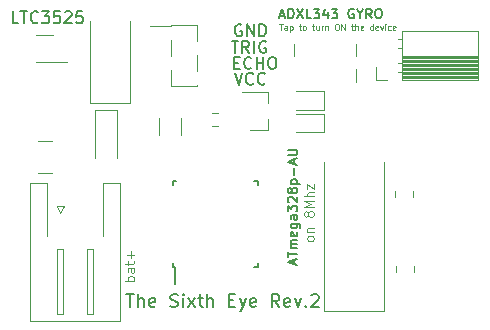
<source format=gbr>
%TF.GenerationSoftware,KiCad,Pcbnew,5.1.10-88a1d61d58~90~ubuntu21.04.1*%
%TF.CreationDate,2021-08-03T21:09:56+05:30*%
%TF.ProjectId,The Sixth Eye KiCAD,54686520-5369-4787-9468-20457965204b,v2*%
%TF.SameCoordinates,Original*%
%TF.FileFunction,Legend,Top*%
%TF.FilePolarity,Positive*%
%FSLAX46Y46*%
G04 Gerber Fmt 4.6, Leading zero omitted, Abs format (unit mm)*
G04 Created by KiCad (PCBNEW 5.1.10-88a1d61d58~90~ubuntu21.04.1) date 2021-08-03 21:09:56*
%MOMM*%
%LPD*%
G01*
G04 APERTURE LIST*
%ADD10C,0.100000*%
%ADD11C,0.150000*%
%ADD12C,0.200000*%
%ADD13C,0.120000*%
G04 APERTURE END LIST*
D10*
X137961904Y-99957142D02*
X137161904Y-99957142D01*
X137466666Y-99957142D02*
X137428571Y-99880952D01*
X137428571Y-99728571D01*
X137466666Y-99652380D01*
X137504761Y-99614285D01*
X137580952Y-99576190D01*
X137809523Y-99576190D01*
X137885714Y-99614285D01*
X137923809Y-99652380D01*
X137961904Y-99728571D01*
X137961904Y-99880952D01*
X137923809Y-99957142D01*
X137961904Y-98890476D02*
X137542857Y-98890476D01*
X137466666Y-98928571D01*
X137428571Y-99004761D01*
X137428571Y-99157142D01*
X137466666Y-99233333D01*
X137923809Y-98890476D02*
X137961904Y-98966666D01*
X137961904Y-99157142D01*
X137923809Y-99233333D01*
X137847619Y-99271428D01*
X137771428Y-99271428D01*
X137695238Y-99233333D01*
X137657142Y-99157142D01*
X137657142Y-98966666D01*
X137619047Y-98890476D01*
X137428571Y-98623809D02*
X137428571Y-98319047D01*
X137161904Y-98509523D02*
X137847619Y-98509523D01*
X137923809Y-98471428D01*
X137961904Y-98395238D01*
X137961904Y-98319047D01*
X137657142Y-98052380D02*
X137657142Y-97442857D01*
X137961904Y-97747619D02*
X137352380Y-97747619D01*
X153161904Y-96447619D02*
X153123809Y-96523809D01*
X153085714Y-96561904D01*
X153009523Y-96600000D01*
X152780952Y-96600000D01*
X152704761Y-96561904D01*
X152666666Y-96523809D01*
X152628571Y-96447619D01*
X152628571Y-96333333D01*
X152666666Y-96257142D01*
X152704761Y-96219047D01*
X152780952Y-96180952D01*
X153009523Y-96180952D01*
X153085714Y-96219047D01*
X153123809Y-96257142D01*
X153161904Y-96333333D01*
X153161904Y-96447619D01*
X152628571Y-95838095D02*
X153161904Y-95838095D01*
X152704761Y-95838095D02*
X152666666Y-95800000D01*
X152628571Y-95723809D01*
X152628571Y-95609523D01*
X152666666Y-95533333D01*
X152742857Y-95495238D01*
X153161904Y-95495238D01*
X152704761Y-94390476D02*
X152666666Y-94466666D01*
X152628571Y-94504761D01*
X152552380Y-94542857D01*
X152514285Y-94542857D01*
X152438095Y-94504761D01*
X152400000Y-94466666D01*
X152361904Y-94390476D01*
X152361904Y-94238095D01*
X152400000Y-94161904D01*
X152438095Y-94123809D01*
X152514285Y-94085714D01*
X152552380Y-94085714D01*
X152628571Y-94123809D01*
X152666666Y-94161904D01*
X152704761Y-94238095D01*
X152704761Y-94390476D01*
X152742857Y-94466666D01*
X152780952Y-94504761D01*
X152857142Y-94542857D01*
X153009523Y-94542857D01*
X153085714Y-94504761D01*
X153123809Y-94466666D01*
X153161904Y-94390476D01*
X153161904Y-94238095D01*
X153123809Y-94161904D01*
X153085714Y-94123809D01*
X153009523Y-94085714D01*
X152857142Y-94085714D01*
X152780952Y-94123809D01*
X152742857Y-94161904D01*
X152704761Y-94238095D01*
X153161904Y-93742857D02*
X152361904Y-93742857D01*
X152933333Y-93476190D01*
X152361904Y-93209523D01*
X153161904Y-93209523D01*
X153161904Y-92828571D02*
X152361904Y-92828571D01*
X153161904Y-92485714D02*
X152742857Y-92485714D01*
X152666666Y-92523809D01*
X152628571Y-92600000D01*
X152628571Y-92714285D01*
X152666666Y-92790476D01*
X152704761Y-92828571D01*
X152628571Y-92180952D02*
X152628571Y-91761904D01*
X153161904Y-92180952D01*
X153161904Y-91761904D01*
X150247619Y-78226190D02*
X150533333Y-78226190D01*
X150390476Y-78726190D02*
X150390476Y-78226190D01*
X150914285Y-78726190D02*
X150914285Y-78464285D01*
X150890476Y-78416666D01*
X150842857Y-78392857D01*
X150747619Y-78392857D01*
X150700000Y-78416666D01*
X150914285Y-78702380D02*
X150866666Y-78726190D01*
X150747619Y-78726190D01*
X150700000Y-78702380D01*
X150676190Y-78654761D01*
X150676190Y-78607142D01*
X150700000Y-78559523D01*
X150747619Y-78535714D01*
X150866666Y-78535714D01*
X150914285Y-78511904D01*
X151152380Y-78392857D02*
X151152380Y-78892857D01*
X151152380Y-78416666D02*
X151200000Y-78392857D01*
X151295238Y-78392857D01*
X151342857Y-78416666D01*
X151366666Y-78440476D01*
X151390476Y-78488095D01*
X151390476Y-78630952D01*
X151366666Y-78678571D01*
X151342857Y-78702380D01*
X151295238Y-78726190D01*
X151200000Y-78726190D01*
X151152380Y-78702380D01*
X151914285Y-78392857D02*
X152104761Y-78392857D01*
X151985714Y-78226190D02*
X151985714Y-78654761D01*
X152009523Y-78702380D01*
X152057142Y-78726190D01*
X152104761Y-78726190D01*
X152342857Y-78726190D02*
X152295238Y-78702380D01*
X152271428Y-78678571D01*
X152247619Y-78630952D01*
X152247619Y-78488095D01*
X152271428Y-78440476D01*
X152295238Y-78416666D01*
X152342857Y-78392857D01*
X152414285Y-78392857D01*
X152461904Y-78416666D01*
X152485714Y-78440476D01*
X152509523Y-78488095D01*
X152509523Y-78630952D01*
X152485714Y-78678571D01*
X152461904Y-78702380D01*
X152414285Y-78726190D01*
X152342857Y-78726190D01*
X153033333Y-78392857D02*
X153223809Y-78392857D01*
X153104761Y-78226190D02*
X153104761Y-78654761D01*
X153128571Y-78702380D01*
X153176190Y-78726190D01*
X153223809Y-78726190D01*
X153604761Y-78392857D02*
X153604761Y-78726190D01*
X153390476Y-78392857D02*
X153390476Y-78654761D01*
X153414285Y-78702380D01*
X153461904Y-78726190D01*
X153533333Y-78726190D01*
X153580952Y-78702380D01*
X153604761Y-78678571D01*
X153842857Y-78726190D02*
X153842857Y-78392857D01*
X153842857Y-78488095D02*
X153866666Y-78440476D01*
X153890476Y-78416666D01*
X153938095Y-78392857D01*
X153985714Y-78392857D01*
X154152380Y-78392857D02*
X154152380Y-78726190D01*
X154152380Y-78440476D02*
X154176190Y-78416666D01*
X154223809Y-78392857D01*
X154295238Y-78392857D01*
X154342857Y-78416666D01*
X154366666Y-78464285D01*
X154366666Y-78726190D01*
X155080952Y-78226190D02*
X155176190Y-78226190D01*
X155223809Y-78250000D01*
X155271428Y-78297619D01*
X155295238Y-78392857D01*
X155295238Y-78559523D01*
X155271428Y-78654761D01*
X155223809Y-78702380D01*
X155176190Y-78726190D01*
X155080952Y-78726190D01*
X155033333Y-78702380D01*
X154985714Y-78654761D01*
X154961904Y-78559523D01*
X154961904Y-78392857D01*
X154985714Y-78297619D01*
X155033333Y-78250000D01*
X155080952Y-78226190D01*
X155509523Y-78726190D02*
X155509523Y-78226190D01*
X155795238Y-78726190D01*
X155795238Y-78226190D01*
X156342857Y-78392857D02*
X156533333Y-78392857D01*
X156414285Y-78226190D02*
X156414285Y-78654761D01*
X156438095Y-78702380D01*
X156485714Y-78726190D01*
X156533333Y-78726190D01*
X156700000Y-78726190D02*
X156700000Y-78226190D01*
X156914285Y-78726190D02*
X156914285Y-78464285D01*
X156890476Y-78416666D01*
X156842857Y-78392857D01*
X156771428Y-78392857D01*
X156723809Y-78416666D01*
X156700000Y-78440476D01*
X157342857Y-78702380D02*
X157295238Y-78726190D01*
X157200000Y-78726190D01*
X157152380Y-78702380D01*
X157128571Y-78654761D01*
X157128571Y-78464285D01*
X157152380Y-78416666D01*
X157200000Y-78392857D01*
X157295238Y-78392857D01*
X157342857Y-78416666D01*
X157366666Y-78464285D01*
X157366666Y-78511904D01*
X157128571Y-78559523D01*
X158176190Y-78726190D02*
X158176190Y-78226190D01*
X158176190Y-78702380D02*
X158128571Y-78726190D01*
X158033333Y-78726190D01*
X157985714Y-78702380D01*
X157961904Y-78678571D01*
X157938095Y-78630952D01*
X157938095Y-78488095D01*
X157961904Y-78440476D01*
X157985714Y-78416666D01*
X158033333Y-78392857D01*
X158128571Y-78392857D01*
X158176190Y-78416666D01*
X158604761Y-78702380D02*
X158557142Y-78726190D01*
X158461904Y-78726190D01*
X158414285Y-78702380D01*
X158390476Y-78654761D01*
X158390476Y-78464285D01*
X158414285Y-78416666D01*
X158461904Y-78392857D01*
X158557142Y-78392857D01*
X158604761Y-78416666D01*
X158628571Y-78464285D01*
X158628571Y-78511904D01*
X158390476Y-78559523D01*
X158795238Y-78392857D02*
X158914285Y-78726190D01*
X159033333Y-78392857D01*
X159223809Y-78726190D02*
X159223809Y-78392857D01*
X159223809Y-78226190D02*
X159200000Y-78250000D01*
X159223809Y-78273809D01*
X159247619Y-78250000D01*
X159223809Y-78226190D01*
X159223809Y-78273809D01*
X159676190Y-78702380D02*
X159628571Y-78726190D01*
X159533333Y-78726190D01*
X159485714Y-78702380D01*
X159461904Y-78678571D01*
X159438095Y-78630952D01*
X159438095Y-78488095D01*
X159461904Y-78440476D01*
X159485714Y-78416666D01*
X159533333Y-78392857D01*
X159628571Y-78392857D01*
X159676190Y-78416666D01*
X160080952Y-78702380D02*
X160033333Y-78726190D01*
X159938095Y-78726190D01*
X159890476Y-78702380D01*
X159866666Y-78654761D01*
X159866666Y-78464285D01*
X159890476Y-78416666D01*
X159938095Y-78392857D01*
X160033333Y-78392857D01*
X160080952Y-78416666D01*
X160104761Y-78464285D01*
X160104761Y-78511904D01*
X159866666Y-78559523D01*
D11*
X150295238Y-77533333D02*
X150676190Y-77533333D01*
X150219047Y-77761904D02*
X150485714Y-76961904D01*
X150752380Y-77761904D01*
X151019047Y-77761904D02*
X151019047Y-76961904D01*
X151209523Y-76961904D01*
X151323809Y-77000000D01*
X151400000Y-77076190D01*
X151438095Y-77152380D01*
X151476190Y-77304761D01*
X151476190Y-77419047D01*
X151438095Y-77571428D01*
X151400000Y-77647619D01*
X151323809Y-77723809D01*
X151209523Y-77761904D01*
X151019047Y-77761904D01*
X151742857Y-76961904D02*
X152276190Y-77761904D01*
X152276190Y-76961904D02*
X151742857Y-77761904D01*
X152961904Y-77761904D02*
X152580952Y-77761904D01*
X152580952Y-76961904D01*
X153152380Y-76961904D02*
X153647619Y-76961904D01*
X153380952Y-77266666D01*
X153495238Y-77266666D01*
X153571428Y-77304761D01*
X153609523Y-77342857D01*
X153647619Y-77419047D01*
X153647619Y-77609523D01*
X153609523Y-77685714D01*
X153571428Y-77723809D01*
X153495238Y-77761904D01*
X153266666Y-77761904D01*
X153190476Y-77723809D01*
X153152380Y-77685714D01*
X154333333Y-77228571D02*
X154333333Y-77761904D01*
X154142857Y-76923809D02*
X153952380Y-77495238D01*
X154447619Y-77495238D01*
X154676190Y-76961904D02*
X155171428Y-76961904D01*
X154904761Y-77266666D01*
X155019047Y-77266666D01*
X155095238Y-77304761D01*
X155133333Y-77342857D01*
X155171428Y-77419047D01*
X155171428Y-77609523D01*
X155133333Y-77685714D01*
X155095238Y-77723809D01*
X155019047Y-77761904D01*
X154790476Y-77761904D01*
X154714285Y-77723809D01*
X154676190Y-77685714D01*
X156542857Y-77000000D02*
X156466666Y-76961904D01*
X156352380Y-76961904D01*
X156238095Y-77000000D01*
X156161904Y-77076190D01*
X156123809Y-77152380D01*
X156085714Y-77304761D01*
X156085714Y-77419047D01*
X156123809Y-77571428D01*
X156161904Y-77647619D01*
X156238095Y-77723809D01*
X156352380Y-77761904D01*
X156428571Y-77761904D01*
X156542857Y-77723809D01*
X156580952Y-77685714D01*
X156580952Y-77419047D01*
X156428571Y-77419047D01*
X157076190Y-77380952D02*
X157076190Y-77761904D01*
X156809523Y-76961904D02*
X157076190Y-77380952D01*
X157342857Y-76961904D01*
X158066666Y-77761904D02*
X157800000Y-77380952D01*
X157609523Y-77761904D02*
X157609523Y-76961904D01*
X157914285Y-76961904D01*
X157990476Y-77000000D01*
X158028571Y-77038095D01*
X158066666Y-77114285D01*
X158066666Y-77228571D01*
X158028571Y-77304761D01*
X157990476Y-77342857D01*
X157914285Y-77380952D01*
X157609523Y-77380952D01*
X158561904Y-76961904D02*
X158714285Y-76961904D01*
X158790476Y-77000000D01*
X158866666Y-77076190D01*
X158904761Y-77228571D01*
X158904761Y-77495238D01*
X158866666Y-77647619D01*
X158790476Y-77723809D01*
X158714285Y-77761904D01*
X158561904Y-77761904D01*
X158485714Y-77723809D01*
X158409523Y-77647619D01*
X158371428Y-77495238D01*
X158371428Y-77228571D01*
X158409523Y-77076190D01*
X158485714Y-77000000D01*
X158561904Y-76961904D01*
X128142857Y-78152380D02*
X127666666Y-78152380D01*
X127666666Y-77152380D01*
X128333333Y-77152380D02*
X128904761Y-77152380D01*
X128619047Y-78152380D02*
X128619047Y-77152380D01*
X129809523Y-78057142D02*
X129761904Y-78104761D01*
X129619047Y-78152380D01*
X129523809Y-78152380D01*
X129380952Y-78104761D01*
X129285714Y-78009523D01*
X129238095Y-77914285D01*
X129190476Y-77723809D01*
X129190476Y-77580952D01*
X129238095Y-77390476D01*
X129285714Y-77295238D01*
X129380952Y-77200000D01*
X129523809Y-77152380D01*
X129619047Y-77152380D01*
X129761904Y-77200000D01*
X129809523Y-77247619D01*
X130142857Y-77152380D02*
X130761904Y-77152380D01*
X130428571Y-77533333D01*
X130571428Y-77533333D01*
X130666666Y-77580952D01*
X130714285Y-77628571D01*
X130761904Y-77723809D01*
X130761904Y-77961904D01*
X130714285Y-78057142D01*
X130666666Y-78104761D01*
X130571428Y-78152380D01*
X130285714Y-78152380D01*
X130190476Y-78104761D01*
X130142857Y-78057142D01*
X131666666Y-77152380D02*
X131190476Y-77152380D01*
X131142857Y-77628571D01*
X131190476Y-77580952D01*
X131285714Y-77533333D01*
X131523809Y-77533333D01*
X131619047Y-77580952D01*
X131666666Y-77628571D01*
X131714285Y-77723809D01*
X131714285Y-77961904D01*
X131666666Y-78057142D01*
X131619047Y-78104761D01*
X131523809Y-78152380D01*
X131285714Y-78152380D01*
X131190476Y-78104761D01*
X131142857Y-78057142D01*
X132095238Y-77247619D02*
X132142857Y-77200000D01*
X132238095Y-77152380D01*
X132476190Y-77152380D01*
X132571428Y-77200000D01*
X132619047Y-77247619D01*
X132666666Y-77342857D01*
X132666666Y-77438095D01*
X132619047Y-77580952D01*
X132047619Y-78152380D01*
X132666666Y-78152380D01*
X133571428Y-77152380D02*
X133095238Y-77152380D01*
X133047619Y-77628571D01*
X133095238Y-77580952D01*
X133190476Y-77533333D01*
X133428571Y-77533333D01*
X133523809Y-77580952D01*
X133571428Y-77628571D01*
X133619047Y-77723809D01*
X133619047Y-77961904D01*
X133571428Y-78057142D01*
X133523809Y-78104761D01*
X133428571Y-78152380D01*
X133190476Y-78152380D01*
X133095238Y-78104761D01*
X133047619Y-78057142D01*
X151533333Y-98557142D02*
X151533333Y-98176190D01*
X151761904Y-98633333D02*
X150961904Y-98366666D01*
X151761904Y-98100000D01*
X150961904Y-97947619D02*
X150961904Y-97490476D01*
X151761904Y-97719047D02*
X150961904Y-97719047D01*
X151761904Y-97223809D02*
X151228571Y-97223809D01*
X151304761Y-97223809D02*
X151266666Y-97185714D01*
X151228571Y-97109523D01*
X151228571Y-96995238D01*
X151266666Y-96919047D01*
X151342857Y-96880952D01*
X151761904Y-96880952D01*
X151342857Y-96880952D02*
X151266666Y-96842857D01*
X151228571Y-96766666D01*
X151228571Y-96652380D01*
X151266666Y-96576190D01*
X151342857Y-96538095D01*
X151761904Y-96538095D01*
X151723809Y-95852380D02*
X151761904Y-95928571D01*
X151761904Y-96080952D01*
X151723809Y-96157142D01*
X151647619Y-96195238D01*
X151342857Y-96195238D01*
X151266666Y-96157142D01*
X151228571Y-96080952D01*
X151228571Y-95928571D01*
X151266666Y-95852380D01*
X151342857Y-95814285D01*
X151419047Y-95814285D01*
X151495238Y-96195238D01*
X151228571Y-95128571D02*
X151876190Y-95128571D01*
X151952380Y-95166666D01*
X151990476Y-95204761D01*
X152028571Y-95280952D01*
X152028571Y-95395238D01*
X151990476Y-95471428D01*
X151723809Y-95128571D02*
X151761904Y-95204761D01*
X151761904Y-95357142D01*
X151723809Y-95433333D01*
X151685714Y-95471428D01*
X151609523Y-95509523D01*
X151380952Y-95509523D01*
X151304761Y-95471428D01*
X151266666Y-95433333D01*
X151228571Y-95357142D01*
X151228571Y-95204761D01*
X151266666Y-95128571D01*
X151761904Y-94404761D02*
X151342857Y-94404761D01*
X151266666Y-94442857D01*
X151228571Y-94519047D01*
X151228571Y-94671428D01*
X151266666Y-94747619D01*
X151723809Y-94404761D02*
X151761904Y-94480952D01*
X151761904Y-94671428D01*
X151723809Y-94747619D01*
X151647619Y-94785714D01*
X151571428Y-94785714D01*
X151495238Y-94747619D01*
X151457142Y-94671428D01*
X151457142Y-94480952D01*
X151419047Y-94404761D01*
X150961904Y-94100000D02*
X150961904Y-93604761D01*
X151266666Y-93871428D01*
X151266666Y-93757142D01*
X151304761Y-93680952D01*
X151342857Y-93642857D01*
X151419047Y-93604761D01*
X151609523Y-93604761D01*
X151685714Y-93642857D01*
X151723809Y-93680952D01*
X151761904Y-93757142D01*
X151761904Y-93985714D01*
X151723809Y-94061904D01*
X151685714Y-94100000D01*
X151038095Y-93300000D02*
X151000000Y-93261904D01*
X150961904Y-93185714D01*
X150961904Y-92995238D01*
X151000000Y-92919047D01*
X151038095Y-92880952D01*
X151114285Y-92842857D01*
X151190476Y-92842857D01*
X151304761Y-92880952D01*
X151761904Y-93338095D01*
X151761904Y-92842857D01*
X151304761Y-92385714D02*
X151266666Y-92461904D01*
X151228571Y-92500000D01*
X151152380Y-92538095D01*
X151114285Y-92538095D01*
X151038095Y-92500000D01*
X151000000Y-92461904D01*
X150961904Y-92385714D01*
X150961904Y-92233333D01*
X151000000Y-92157142D01*
X151038095Y-92119047D01*
X151114285Y-92080952D01*
X151152380Y-92080952D01*
X151228571Y-92119047D01*
X151266666Y-92157142D01*
X151304761Y-92233333D01*
X151304761Y-92385714D01*
X151342857Y-92461904D01*
X151380952Y-92500000D01*
X151457142Y-92538095D01*
X151609523Y-92538095D01*
X151685714Y-92500000D01*
X151723809Y-92461904D01*
X151761904Y-92385714D01*
X151761904Y-92233333D01*
X151723809Y-92157142D01*
X151685714Y-92119047D01*
X151609523Y-92080952D01*
X151457142Y-92080952D01*
X151380952Y-92119047D01*
X151342857Y-92157142D01*
X151304761Y-92233333D01*
X151228571Y-91738095D02*
X152028571Y-91738095D01*
X151266666Y-91738095D02*
X151228571Y-91661904D01*
X151228571Y-91509523D01*
X151266666Y-91433333D01*
X151304761Y-91395238D01*
X151380952Y-91357142D01*
X151609523Y-91357142D01*
X151685714Y-91395238D01*
X151723809Y-91433333D01*
X151761904Y-91509523D01*
X151761904Y-91661904D01*
X151723809Y-91738095D01*
X151457142Y-91014285D02*
X151457142Y-90404761D01*
X151533333Y-90061904D02*
X151533333Y-89680952D01*
X151761904Y-90138095D02*
X150961904Y-89871428D01*
X151761904Y-89604761D01*
X150961904Y-89338095D02*
X151609523Y-89338095D01*
X151685714Y-89300000D01*
X151723809Y-89261904D01*
X151761904Y-89185714D01*
X151761904Y-89033333D01*
X151723809Y-88957142D01*
X151685714Y-88919047D01*
X151609523Y-88880952D01*
X150961904Y-88880952D01*
D12*
X137302380Y-101097619D02*
X137930952Y-101097619D01*
X137616666Y-102197619D02*
X137616666Y-101097619D01*
X138297619Y-102197619D02*
X138297619Y-101097619D01*
X138769047Y-102197619D02*
X138769047Y-101621428D01*
X138716666Y-101516666D01*
X138611904Y-101464285D01*
X138454761Y-101464285D01*
X138350000Y-101516666D01*
X138297619Y-101569047D01*
X139711904Y-102145238D02*
X139607142Y-102197619D01*
X139397619Y-102197619D01*
X139292857Y-102145238D01*
X139240476Y-102040476D01*
X139240476Y-101621428D01*
X139292857Y-101516666D01*
X139397619Y-101464285D01*
X139607142Y-101464285D01*
X139711904Y-101516666D01*
X139764285Y-101621428D01*
X139764285Y-101726190D01*
X139240476Y-101830952D01*
X141021428Y-102145238D02*
X141178571Y-102197619D01*
X141440476Y-102197619D01*
X141545238Y-102145238D01*
X141597619Y-102092857D01*
X141650000Y-101988095D01*
X141650000Y-101883333D01*
X141597619Y-101778571D01*
X141545238Y-101726190D01*
X141440476Y-101673809D01*
X141230952Y-101621428D01*
X141126190Y-101569047D01*
X141073809Y-101516666D01*
X141021428Y-101411904D01*
X141021428Y-101307142D01*
X141073809Y-101202380D01*
X141126190Y-101150000D01*
X141230952Y-101097619D01*
X141492857Y-101097619D01*
X141650000Y-101150000D01*
X142121428Y-102197619D02*
X142121428Y-101464285D01*
X142121428Y-101097619D02*
X142069047Y-101150000D01*
X142121428Y-101202380D01*
X142173809Y-101150000D01*
X142121428Y-101097619D01*
X142121428Y-101202380D01*
X142540476Y-102197619D02*
X143116666Y-101464285D01*
X142540476Y-101464285D02*
X143116666Y-102197619D01*
X143378571Y-101464285D02*
X143797619Y-101464285D01*
X143535714Y-101097619D02*
X143535714Y-102040476D01*
X143588095Y-102145238D01*
X143692857Y-102197619D01*
X143797619Y-102197619D01*
X144164285Y-102197619D02*
X144164285Y-101097619D01*
X144635714Y-102197619D02*
X144635714Y-101621428D01*
X144583333Y-101516666D01*
X144478571Y-101464285D01*
X144321428Y-101464285D01*
X144216666Y-101516666D01*
X144164285Y-101569047D01*
X145997619Y-101621428D02*
X146364285Y-101621428D01*
X146521428Y-102197619D02*
X145997619Y-102197619D01*
X145997619Y-101097619D01*
X146521428Y-101097619D01*
X146888095Y-101464285D02*
X147150000Y-102197619D01*
X147411904Y-101464285D02*
X147150000Y-102197619D01*
X147045238Y-102459523D01*
X146992857Y-102511904D01*
X146888095Y-102564285D01*
X148250000Y-102145238D02*
X148145238Y-102197619D01*
X147935714Y-102197619D01*
X147830952Y-102145238D01*
X147778571Y-102040476D01*
X147778571Y-101621428D01*
X147830952Y-101516666D01*
X147935714Y-101464285D01*
X148145238Y-101464285D01*
X148250000Y-101516666D01*
X148302380Y-101621428D01*
X148302380Y-101726190D01*
X147778571Y-101830952D01*
X150240476Y-102197619D02*
X149873809Y-101673809D01*
X149611904Y-102197619D02*
X149611904Y-101097619D01*
X150030952Y-101097619D01*
X150135714Y-101150000D01*
X150188095Y-101202380D01*
X150240476Y-101307142D01*
X150240476Y-101464285D01*
X150188095Y-101569047D01*
X150135714Y-101621428D01*
X150030952Y-101673809D01*
X149611904Y-101673809D01*
X151130952Y-102145238D02*
X151026190Y-102197619D01*
X150816666Y-102197619D01*
X150711904Y-102145238D01*
X150659523Y-102040476D01*
X150659523Y-101621428D01*
X150711904Y-101516666D01*
X150816666Y-101464285D01*
X151026190Y-101464285D01*
X151130952Y-101516666D01*
X151183333Y-101621428D01*
X151183333Y-101726190D01*
X150659523Y-101830952D01*
X151550000Y-101464285D02*
X151811904Y-102197619D01*
X152073809Y-101464285D01*
X152492857Y-102092857D02*
X152545238Y-102145238D01*
X152492857Y-102197619D01*
X152440476Y-102145238D01*
X152492857Y-102092857D01*
X152492857Y-102197619D01*
X152964285Y-101202380D02*
X153016666Y-101150000D01*
X153121428Y-101097619D01*
X153383333Y-101097619D01*
X153488095Y-101150000D01*
X153540476Y-101202380D01*
X153592857Y-101307142D01*
X153592857Y-101411904D01*
X153540476Y-101569047D01*
X152911904Y-102197619D01*
X153592857Y-102197619D01*
D11*
X147038095Y-78300000D02*
X146942857Y-78252380D01*
X146800000Y-78252380D01*
X146657142Y-78300000D01*
X146561904Y-78395238D01*
X146514285Y-78490476D01*
X146466666Y-78680952D01*
X146466666Y-78823809D01*
X146514285Y-79014285D01*
X146561904Y-79109523D01*
X146657142Y-79204761D01*
X146800000Y-79252380D01*
X146895238Y-79252380D01*
X147038095Y-79204761D01*
X147085714Y-79157142D01*
X147085714Y-78823809D01*
X146895238Y-78823809D01*
X147514285Y-79252380D02*
X147514285Y-78252380D01*
X148085714Y-79252380D01*
X148085714Y-78252380D01*
X148561904Y-79252380D02*
X148561904Y-78252380D01*
X148800000Y-78252380D01*
X148942857Y-78300000D01*
X149038095Y-78395238D01*
X149085714Y-78490476D01*
X149133333Y-78680952D01*
X149133333Y-78823809D01*
X149085714Y-79014285D01*
X149038095Y-79109523D01*
X148942857Y-79204761D01*
X148800000Y-79252380D01*
X148561904Y-79252380D01*
X146466666Y-82352380D02*
X146800000Y-83352380D01*
X147133333Y-82352380D01*
X148038095Y-83257142D02*
X147990476Y-83304761D01*
X147847619Y-83352380D01*
X147752380Y-83352380D01*
X147609523Y-83304761D01*
X147514285Y-83209523D01*
X147466666Y-83114285D01*
X147419047Y-82923809D01*
X147419047Y-82780952D01*
X147466666Y-82590476D01*
X147514285Y-82495238D01*
X147609523Y-82400000D01*
X147752380Y-82352380D01*
X147847619Y-82352380D01*
X147990476Y-82400000D01*
X148038095Y-82447619D01*
X149038095Y-83257142D02*
X148990476Y-83304761D01*
X148847619Y-83352380D01*
X148752380Y-83352380D01*
X148609523Y-83304761D01*
X148514285Y-83209523D01*
X148466666Y-83114285D01*
X148419047Y-82923809D01*
X148419047Y-82780952D01*
X148466666Y-82590476D01*
X148514285Y-82495238D01*
X148609523Y-82400000D01*
X148752380Y-82352380D01*
X148847619Y-82352380D01*
X148990476Y-82400000D01*
X149038095Y-82447619D01*
X146418095Y-81518571D02*
X146751428Y-81518571D01*
X146894285Y-82042380D02*
X146418095Y-82042380D01*
X146418095Y-81042380D01*
X146894285Y-81042380D01*
X147894285Y-81947142D02*
X147846666Y-81994761D01*
X147703809Y-82042380D01*
X147608571Y-82042380D01*
X147465714Y-81994761D01*
X147370476Y-81899523D01*
X147322857Y-81804285D01*
X147275238Y-81613809D01*
X147275238Y-81470952D01*
X147322857Y-81280476D01*
X147370476Y-81185238D01*
X147465714Y-81090000D01*
X147608571Y-81042380D01*
X147703809Y-81042380D01*
X147846666Y-81090000D01*
X147894285Y-81137619D01*
X148322857Y-82042380D02*
X148322857Y-81042380D01*
X148322857Y-81518571D02*
X148894285Y-81518571D01*
X148894285Y-82042380D02*
X148894285Y-81042380D01*
X149560952Y-81042380D02*
X149751428Y-81042380D01*
X149846666Y-81090000D01*
X149941904Y-81185238D01*
X149989523Y-81375714D01*
X149989523Y-81709047D01*
X149941904Y-81899523D01*
X149846666Y-81994761D01*
X149751428Y-82042380D01*
X149560952Y-82042380D01*
X149465714Y-81994761D01*
X149370476Y-81899523D01*
X149322857Y-81709047D01*
X149322857Y-81375714D01*
X149370476Y-81185238D01*
X149465714Y-81090000D01*
X149560952Y-81042380D01*
X146206190Y-79672380D02*
X146777619Y-79672380D01*
X146491904Y-80672380D02*
X146491904Y-79672380D01*
X147682380Y-80672380D02*
X147349047Y-80196190D01*
X147110952Y-80672380D02*
X147110952Y-79672380D01*
X147491904Y-79672380D01*
X147587142Y-79720000D01*
X147634761Y-79767619D01*
X147682380Y-79862857D01*
X147682380Y-80005714D01*
X147634761Y-80100952D01*
X147587142Y-80148571D01*
X147491904Y-80196190D01*
X147110952Y-80196190D01*
X148110952Y-80672380D02*
X148110952Y-79672380D01*
X149110952Y-79720000D02*
X149015714Y-79672380D01*
X148872857Y-79672380D01*
X148730000Y-79720000D01*
X148634761Y-79815238D01*
X148587142Y-79910476D01*
X148539523Y-80100952D01*
X148539523Y-80243809D01*
X148587142Y-80434285D01*
X148634761Y-80529523D01*
X148730000Y-80624761D01*
X148872857Y-80672380D01*
X148968095Y-80672380D01*
X149110952Y-80624761D01*
X149158571Y-80577142D01*
X149158571Y-80243809D01*
X148968095Y-80243809D01*
D13*
%TO.C,Y1*%
X154000000Y-89900000D02*
X154000000Y-102500000D01*
X154000000Y-102500000D02*
X159100000Y-102500000D01*
X159100000Y-102500000D02*
X159100000Y-89900000D01*
D11*
%TO.C,U2*%
X141435000Y-98780000D02*
X141435000Y-100205000D01*
X141210000Y-91530000D02*
X141210000Y-91855000D01*
X148460000Y-91530000D02*
X148460000Y-91855000D01*
X148460000Y-98780000D02*
X148460000Y-98455000D01*
X141210000Y-98780000D02*
X141210000Y-98455000D01*
X148460000Y-98780000D02*
X148135000Y-98780000D01*
X148460000Y-91530000D02*
X148135000Y-91530000D01*
X141210000Y-91530000D02*
X141535000Y-91530000D01*
X141210000Y-98780000D02*
X141435000Y-98780000D01*
D13*
%TO.C,J1*%
X167080000Y-82840000D02*
X160610000Y-82840000D01*
X167080000Y-82725882D02*
X160610000Y-82725882D01*
X167080000Y-82611764D02*
X160610000Y-82611764D01*
X167080000Y-82497646D02*
X160610000Y-82497646D01*
X167080000Y-82383528D02*
X160610000Y-82383528D01*
X167080000Y-82269410D02*
X160610000Y-82269410D01*
X167080000Y-82155292D02*
X160610000Y-82155292D01*
X167080000Y-82041174D02*
X160610000Y-82041174D01*
X167080000Y-81927056D02*
X160610000Y-81927056D01*
X167080000Y-81812938D02*
X160610000Y-81812938D01*
X167080000Y-81698820D02*
X160610000Y-81698820D01*
X167080000Y-81584702D02*
X160610000Y-81584702D01*
X167080000Y-81470584D02*
X160610000Y-81470584D01*
X167080000Y-81356466D02*
X160610000Y-81356466D01*
X167080000Y-81242348D02*
X160610000Y-81242348D01*
X167080000Y-81128230D02*
X160610000Y-81128230D01*
X167080000Y-81014112D02*
X160610000Y-81014112D01*
X160610000Y-82260000D02*
X160335000Y-82260000D01*
X160610000Y-81540000D02*
X160335000Y-81540000D01*
X160610000Y-80260000D02*
X160262917Y-80260000D01*
X160610000Y-79540000D02*
X160262917Y-79540000D01*
X167080000Y-80900000D02*
X160610000Y-80900000D01*
X167080000Y-82960000D02*
X160610000Y-82960000D01*
X160610000Y-82960000D02*
X160610000Y-78840000D01*
X167080000Y-78840000D02*
X160610000Y-78840000D01*
X167080000Y-82960000D02*
X167080000Y-78840000D01*
X158465000Y-82960000D02*
X158465000Y-81900000D01*
X159400000Y-82960000D02*
X158465000Y-82960000D01*
%TO.C,U1*%
X129660000Y-81460000D02*
X132250000Y-81460000D01*
X131070000Y-79140000D02*
X129660000Y-79140000D01*
%TO.C,R1*%
X141910000Y-87627064D02*
X141910000Y-86172936D01*
X140090000Y-87627064D02*
X140090000Y-86172936D01*
%TO.C,C1*%
X134650000Y-85495000D02*
X134650000Y-89580000D01*
X136520000Y-85495000D02*
X134650000Y-85495000D01*
X136520000Y-89580000D02*
X136520000Y-85495000D01*
%TO.C,C2*%
X137610000Y-84935000D02*
X137610000Y-78000000D01*
X134190000Y-84935000D02*
X137610000Y-84935000D01*
X134190000Y-78000000D02*
X134190000Y-84935000D01*
%TO.C,L1*%
X131002064Y-88140000D02*
X129797936Y-88140000D01*
X131002064Y-90860000D02*
X129797936Y-90860000D01*
%TO.C,J3*%
X141090000Y-82120000D02*
X141090000Y-83490000D01*
X141090000Y-79580000D02*
X141090000Y-80950000D01*
X143310000Y-80850000D02*
X143310000Y-82220000D01*
X143310000Y-83390000D02*
X143310000Y-83500000D01*
X141090000Y-78300000D02*
X141090000Y-78410000D01*
X141090000Y-78410000D02*
X139260000Y-78410000D01*
X143310000Y-78310000D02*
X143310000Y-79680000D01*
X141090000Y-83500000D02*
X143310000Y-83500000D01*
X141090000Y-78300000D02*
X143310000Y-78300000D01*
%TO.C,C3*%
X160165000Y-99261252D02*
X160165000Y-98738748D01*
X161635000Y-99261252D02*
X161635000Y-98738748D01*
%TO.C,C4*%
X160065000Y-92338748D02*
X160065000Y-92861252D01*
X161535000Y-92338748D02*
X161535000Y-92861252D01*
%TO.C,R2*%
X144545276Y-85777500D02*
X145054724Y-85777500D01*
X144545276Y-86822500D02*
X145054724Y-86822500D01*
%TO.C,U3*%
X156710000Y-80940000D02*
X156710000Y-79890000D01*
X156710000Y-82060000D02*
X156710000Y-83110000D01*
X151490000Y-80940000D02*
X151490000Y-79890000D01*
%TO.C,C6*%
X154010000Y-83915000D02*
X151700000Y-83915000D01*
X154010000Y-85485000D02*
X154010000Y-83915000D01*
X151700000Y-85485000D02*
X154010000Y-85485000D01*
%TO.C,C5*%
X151700000Y-87385000D02*
X154010000Y-87385000D01*
X154010000Y-87385000D02*
X154010000Y-85815000D01*
X154010000Y-85815000D02*
X151700000Y-85815000D01*
%TO.C,Q1*%
X149260000Y-87180000D02*
X149260000Y-86250000D01*
X149260000Y-84020000D02*
X149260000Y-84950000D01*
X149260000Y-84020000D02*
X147100000Y-84020000D01*
X149260000Y-87180000D02*
X147800000Y-87180000D01*
%TO.C,J2*%
X132000000Y-93600000D02*
X131700000Y-94200000D01*
X131400000Y-93600000D02*
X132000000Y-93600000D01*
X131700000Y-94200000D02*
X131400000Y-93600000D01*
X134450000Y-97300000D02*
X133950000Y-97300000D01*
X134450000Y-102800000D02*
X134450000Y-97300000D01*
X133950000Y-102800000D02*
X134450000Y-102800000D01*
X133950000Y-97300000D02*
X133950000Y-102800000D01*
X131950000Y-97300000D02*
X131450000Y-97300000D01*
X131950000Y-102800000D02*
X131950000Y-97300000D01*
X131450000Y-102800000D02*
X131950000Y-102800000D01*
X131450000Y-97300000D02*
X131450000Y-102800000D01*
X135340000Y-91690000D02*
X135340000Y-96190000D01*
X136760000Y-91690000D02*
X135340000Y-91690000D01*
X136760000Y-103410000D02*
X136760000Y-91690000D01*
X132950000Y-103410000D02*
X136760000Y-103410000D01*
X130560000Y-91690000D02*
X130560000Y-96190000D01*
X129140000Y-91690000D02*
X130560000Y-91690000D01*
X129140000Y-103410000D02*
X129140000Y-91690000D01*
X132950000Y-103410000D02*
X129140000Y-103410000D01*
%TD*%
M02*

</source>
